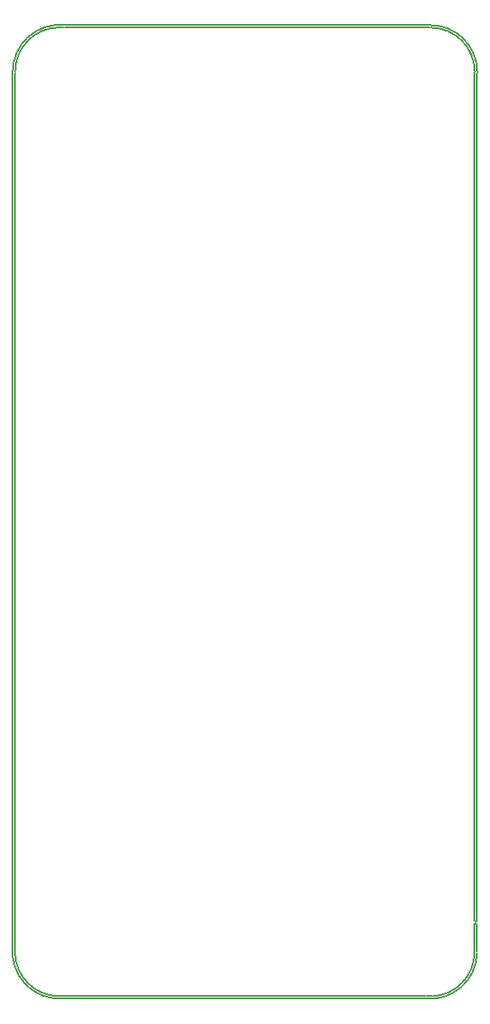
<source format=gko>
G04*
G04 #@! TF.GenerationSoftware,Altium Limited,Altium Designer,20.0.13 (296)*
G04*
G04 Layer_Color=16711935*
%FSLAX25Y25*%
%MOIN*%
G70*
G01*
G75*
%ADD13C,0.00800*%
D13*
X285928Y81739D02*
G03*
X303484Y64501I17803J572D01*
G01*
X284998Y84070D02*
G03*
X304004Y63499I18733J-1759D01*
G01*
X451430D02*
G03*
X471984Y81367I1759J18733D01*
G01*
X303724Y454581D02*
G03*
X286004Y436511I88J-17809D01*
G01*
X305579Y455502D02*
G03*
X285001Y436496I-1767J-18729D01*
G01*
X454223Y64449D02*
G03*
X470998Y81966I-1034J17782D01*
G01*
Y95000D02*
G03*
X472002Y95000I501J0D01*
G01*
Y93500D02*
G03*
X470998Y93500I-501J0D01*
G01*
X471081Y436775D02*
G03*
X453313Y454500I-17812J-87D01*
G01*
X472084Y436689D02*
G03*
X452998Y455502I-18815J0D01*
G01*
X472002Y434930D02*
G03*
X472084Y436689I-18733J1759D01*
G01*
X286001Y82000D02*
Y84023D01*
X303500Y64502D02*
X451220D01*
X304004Y63499D02*
X451430D01*
X451477Y64502D02*
X454000D01*
X284998Y84070D02*
Y436272D01*
X286001Y84280D02*
Y436272D01*
X304000Y454498D02*
X305531D01*
X305777D02*
X452994Y454498D01*
X305579Y455502D02*
X452998Y455502D01*
X470998Y402500D02*
X470998Y95000D01*
Y81966D02*
Y93500D01*
X472002Y82504D02*
Y93500D01*
Y81500D02*
Y81958D01*
X470998Y402500D02*
Y434720D01*
Y434977D02*
Y436500D01*
X472002Y402500D02*
Y434930D01*
Y402500D02*
X472002Y95000D01*
M02*

</source>
